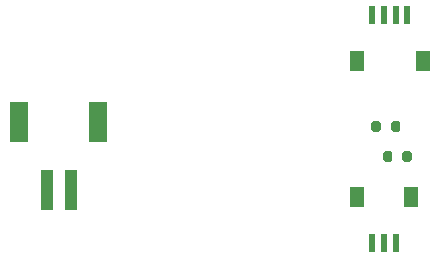
<source format=gbr>
%TF.GenerationSoftware,KiCad,Pcbnew,5.1.9-1.fc32*%
%TF.CreationDate,2021-02-15T18:21:08-08:00*%
%TF.ProjectId,tinypico-io,74696e79-7069-4636-9f2d-696f2e6b6963,1.0.0*%
%TF.SameCoordinates,Original*%
%TF.FileFunction,Soldermask,Top*%
%TF.FilePolarity,Negative*%
%FSLAX46Y46*%
G04 Gerber Fmt 4.6, Leading zero omitted, Abs format (unit mm)*
G04 Created by KiCad (PCBNEW 5.1.9-1.fc32) date 2021-02-15 18:21:08*
%MOMM*%
%LPD*%
G01*
G04 APERTURE LIST*
%ADD10R,0.600000X1.550000*%
%ADD11R,1.200000X1.800000*%
%ADD12R,1.500000X3.400000*%
%ADD13R,1.000000X3.500000*%
G04 APERTURE END LIST*
%TO.C,R2*%
G36*
G01*
X165085000Y-93485000D02*
X165085000Y-92935000D01*
G75*
G02*
X165285000Y-92735000I200000J0D01*
G01*
X165685000Y-92735000D01*
G75*
G02*
X165885000Y-92935000I0J-200000D01*
G01*
X165885000Y-93485000D01*
G75*
G02*
X165685000Y-93685000I-200000J0D01*
G01*
X165285000Y-93685000D01*
G75*
G02*
X165085000Y-93485000I0J200000D01*
G01*
G37*
G36*
G01*
X163435000Y-93485000D02*
X163435000Y-92935000D01*
G75*
G02*
X163635000Y-92735000I200000J0D01*
G01*
X164035000Y-92735000D01*
G75*
G02*
X164235000Y-92935000I0J-200000D01*
G01*
X164235000Y-93485000D01*
G75*
G02*
X164035000Y-93685000I-200000J0D01*
G01*
X163635000Y-93685000D01*
G75*
G02*
X163435000Y-93485000I0J200000D01*
G01*
G37*
%TD*%
%TO.C,R1*%
G36*
G01*
X164105000Y-90935000D02*
X164105000Y-90385000D01*
G75*
G02*
X164305000Y-90185000I200000J0D01*
G01*
X164705000Y-90185000D01*
G75*
G02*
X164905000Y-90385000I0J-200000D01*
G01*
X164905000Y-90935000D01*
G75*
G02*
X164705000Y-91135000I-200000J0D01*
G01*
X164305000Y-91135000D01*
G75*
G02*
X164105000Y-90935000I0J200000D01*
G01*
G37*
G36*
G01*
X162455000Y-90935000D02*
X162455000Y-90385000D01*
G75*
G02*
X162655000Y-90185000I200000J0D01*
G01*
X163055000Y-90185000D01*
G75*
G02*
X163255000Y-90385000I0J-200000D01*
G01*
X163255000Y-90935000D01*
G75*
G02*
X163055000Y-91135000I-200000J0D01*
G01*
X162655000Y-91135000D01*
G75*
G02*
X162455000Y-90935000I0J200000D01*
G01*
G37*
%TD*%
D10*
%TO.C,J3*%
X165500000Y-81250000D03*
X164500000Y-81250000D03*
X163500000Y-81250000D03*
X162500000Y-81250000D03*
D11*
X161200000Y-85125000D03*
X166800000Y-85125000D03*
%TD*%
%TO.C,J2*%
X161200000Y-96625000D03*
X165800000Y-96625000D03*
D10*
X162500000Y-100500000D03*
X164500000Y-100500000D03*
X163500000Y-100500000D03*
%TD*%
D12*
%TO.C,J1*%
X139350000Y-90250000D03*
X132650000Y-90250000D03*
D13*
X137000000Y-96000000D03*
X135000000Y-96000000D03*
%TD*%
M02*

</source>
